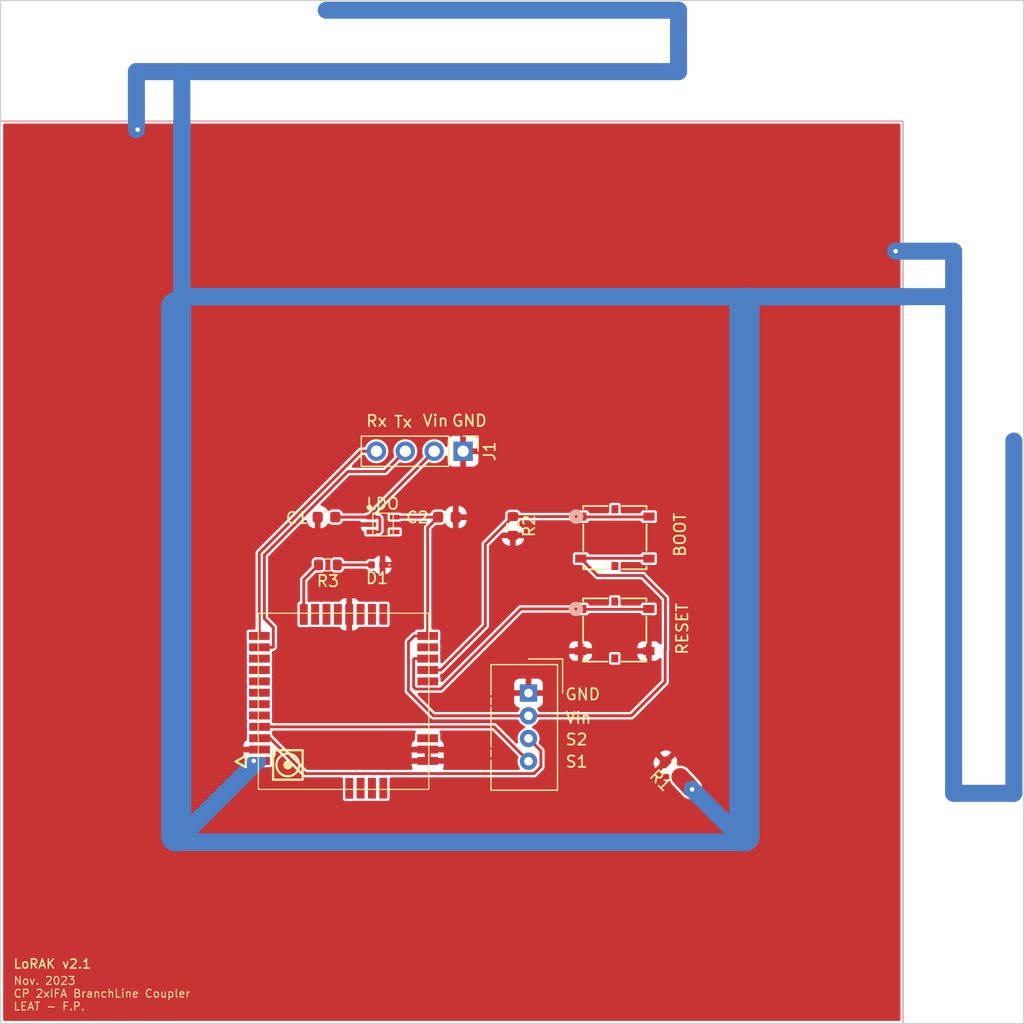
<source format=kicad_pcb>
(kicad_pcb (version 20221018) (generator pcbnew)
  (layers (0 "F.Cu" signal) (31 "B.Cu" signal) (34 "B.Paste" user) (35 "F.Paste" user) (36 "B.SilkS" user "B.Silkscreen") (37 "F.SilkS" user "F.Silkscreen") (38 "B.Mask" user) (39 "F.Mask" user) (44 "Edge.Cuts" user))
  (net 0 "")
  (net 1 "/VIN")
  (net 2 "GND")
  (net 3 "+3.3V")
  (net 4 "/RX")
  (net 5 "/TX")
  (net 6 "/S1")
  (net 7 "/S2")
  (net 9 "Net-(D1-A)")
  (net 10 "Net-(RAK3172(H)1-BOOT)")
  (net 15 "/RF_OUT")
  (net 22 "Net-(RAK3172(H)1-ADC1)")
  (net 31 "Net-(RAK3172(H)1-RST)")
  (footprint "Resistor_SMD:R_0603_1608Metric" (layer "F.Cu") (at 68.9 96.5 180)
    (fp_text reference "R3" (at 0 -1.43) (layer "F.SilkS"))
    (fp_text value "330 ")
    (fp_line (start -0.237258 -0.5225) (end 0.237258 -0.5225) (stroke (width 0.12)) (layer "F.SilkS"))
    (fp_line (start -0.237258 0.5225) (end 0.237258 0.5225) (stroke (width 0.12)) (layer "F.SilkS"))
    (pad "1" smd roundrect (at -0.825 0 180) (size 0.8 0.95) (layers "F.Cu" "F.Paste" "F.Mask") (net 9 "Net-(D1-A)"))
    (pad "2" smd roundrect (at 0.825 0 180) (size 0.8 0.95) (layers "F.Cu" "F.Paste" "F.Mask") (net 22 "Net-(RAK3172(H)1-ADC1)"))
  )
  (footprint "Capacitor_SMD:C_0603_1608Metric" (layer "F.Cu") (at 79.375 92.3)
    (fp_text reference "C2" (at -2.6 0.025) (layer "F.SilkS"))
    (fp_text value "10uF")
    (fp_line (start -0.14058 -0.51) (end 0.14058 -0.51) (stroke (width 0.12)) (layer "F.SilkS"))
    (fp_line (start -0.14058 0.51) (end 0.14058 0.51) (stroke (width 0.12)) (layer "F.SilkS"))
    (pad "1" smd roundrect (at -0.775 0) (size 0.9 0.95) (layers "F.Cu" "F.Paste" "F.Mask") (net 3 "+3.3V"))
    (pad "2" smd roundrect (at 0.775 0) (size 0.9 0.95) (layers "F.Cu" "F.Paste" "F.Mask") (net 2 "GND"))
  )
  (footprint "Connector_PinHeader_2.54mm:PinHeader_1x04_P2.54mm_Vertical" (layer "F.Cu") (at 80.79 86.5 -90)
    (fp_text reference "J1" (at 0 -2.33 90) (layer "F.SilkS"))
    (fp_text value "UART")
    (fp_line (start -1.33 -1.33) (end 0 -1.33) (stroke (width 0.12)) (layer "F.SilkS"))
    (fp_line (start -1.33 0) (end -1.33 -1.33) (stroke (width 0.12)) (layer "F.SilkS"))
    (fp_line (start -1.33 1.27) (end -1.33 8.95) (stroke (width 0.12)) (layer "F.SilkS"))
    (fp_line (start -1.33 1.27) (end 1.33 1.27) (stroke (width 0.12)) (layer "F.SilkS"))
    (fp_line (start -1.33 8.95) (end 1.33 8.95) (stroke (width 0.12)) (layer "F.SilkS"))
    (fp_line (start 1.33 1.27) (end 1.33 8.95) (stroke (width 0.12)) (layer "F.SilkS"))
    (pad "1" thru_hole rect (at 0 0 270) (size 1.7 1.7) (drill 1) (layers "*.Cu" "*.Mask") (net 2 "GND"))
    (pad "2" thru_hole oval (at 0 2.54 270) (size 1.7 1.7) (drill 1) (layers "*.Cu" "*.Mask") (net 1 "/VIN"))
    (pad "3" thru_hole oval (at 0 5.08 270) (size 1.7 1.7) (drill 1) (layers "*.Cu" "*.Mask") (net 5 "/TX"))
    (pad "4" thru_hole oval (at 0 7.62 270) (size 1.7 1.7) (drill 1) (layers "*.Cu" "*.Mask") (net 4 "/RX"))
  )
  (footprint "00_lib:PTS526" (layer "F.Cu") (at 94.199301 94.008799)
    (fp_text reference "SW1" hide)
    (fp_text value "~")
    (fp_circle (center -3.465599 -1.7588) (end -3.084599 -1.7588) (stroke (width 0.508)) (fill none) (layer "B.SilkS"))
    (fp_line (start -2.830599 -2.6901) (end -2.830599 -2.447139) (stroke (width 0.1524)) (layer "F.SilkS"))
    (fp_line (start -2.830599 -1.070459) (end -2.830599 1.252859) (stroke (width 0.1524)) (layer "F.SilkS"))
    (fp_line (start -2.830599 2.629539) (end -2.830599 2.8725) (stroke (width 0.1524)) (layer "F.SilkS"))
    (fp_line (start -2.830599 2.8725) (end -0.686839 2.8725) (stroke (width 0.1524)) (layer "F.SilkS"))
    (fp_line (start -0.686839 -2.6901) (end -2.830599 -2.6901) (stroke (width 0.1524)) (layer "F.SilkS"))
    (fp_line (start 0.588241 2.8725) (end 2.732001 2.8725) (stroke (width 0.1524)) (layer "F.SilkS"))
    (fp_line (start 2.732001 -2.6901) (end 0.588241 -2.6901) (stroke (width 0.1524)) (layer "F.SilkS"))
    (fp_line (start 2.732001 -2.447139) (end 2.732001 -2.6901) (stroke (width 0.1524)) (layer "F.SilkS"))
    (fp_line (start 2.732001 1.252859) (end 2.732001 -1.070459) (stroke (width 0.1524)) (layer "F.SilkS"))
    (fp_line (start 2.732001 2.8725) (end 2.732001 2.629539) (stroke (width 0.1524)) (layer "F.SilkS"))
    (pad "1" smd rect (at -3.049301 -1.758799) (size 0.9906 0.7112) (layers "F.Cu" "F.Paste" "F.Mask") (net 10 "Net-(RAK3172(H)1-BOOT)"))
    (pad "2" smd rect (at 2.950702 -1.758799) (size 0.9906 0.7112) (layers "F.Cu" "F.Paste" "F.Mask") (net 10 "Net-(RAK3172(H)1-BOOT)"))
    (pad "3" smd rect (at -3.049301 1.941199) (size 0.9906 0.7112) (layers "F.Cu" "F.Paste" "F.Mask") (net 3 "+3.3V"))
    (pad "4" smd rect (at 2.950702 1.941199) (size 0.9906 0.7112) (layers "F.Cu" "F.Paste" "F.Mask") (net 3 "+3.3V"))
    (pad "5" smd rect (at -0.049299 -2.4088 90) (size 0.7112 0.6096) (layers "F.Cu" "F.Paste" "F.Mask"))
    (pad "6" smd rect (at -0.049299 2.5912 90) (size 0.7112 0.6096) (layers "F.Cu" "F.Paste" "F.Mask"))
  )
  (footprint "LED_SMD:LED_0402_1005Metric" (layer "F.Cu") (at 73.225 96.5 180)
    (fp_text reference "D1" (at 0 -1.17) (layer "F.SilkS"))
    (fp_text value "LED")
    (fp_circle (center -1.09 0) (end -1.04 0) (stroke (width 0.1)) (fill none) (layer "F.SilkS"))
    (pad "1" smd roundrect (at -0.485 0 180) (size 0.59 0.64) (layers "F.Cu" "F.Paste" "F.Mask") (net 2 "GND"))
    (pad "2" smd roundrect (at 0.485 0 180) (size 0.59 0.64) (layers "F.Cu" "F.Paste" "F.Mask") (net 9 "Net-(D1-A)"))
  )
  (footprint "00_lib:STLQ020" (layer "F.Cu") (at 73.8 93)
    (fp_text reference "U1" hide)
    (fp_text value "~" hide)
    (fp_rect (start -0.95 -1.05) (end 0.85 0.95) (stroke (width 0.1)) (fill none) (layer "F.SilkS"))
    (fp_circle (center -1.25 -1.55) (end -1 -1.55) (stroke (width 0.01)) (fill solid) (layer "F.SilkS"))
    (pad "1" smd rect (at -1.075 -0.7) (size 0.85 0.4) (layers "F.Cu" "F.Paste" "F.Mask") (net 1 "/VIN"))
    (pad "2" smd rect (at -1.075 -0.05) (size 0.85 0.4) (layers "F.Cu" "F.Paste" "F.Mask") (net 2 "GND"))
    (pad "3" smd rect (at -1.075 0.6) (size 0.85 0.4) (layers "F.Cu" "F.Paste" "F.Mask") (net 1 "/VIN"))
    (pad "4" smd rect (at 0.975 0.6) (size 0.85 0.4) (layers "F.Cu" "F.Paste" "F.Mask"))
    (pad "5" smd rect (at 0.975 -0.7) (size 0.85 0.4) (layers "F.Cu" "F.Paste" "F.Mask") (net 3 "+3.3V"))
  )
  (footprint "Capacitor_SMD:C_0603_1608Metric" (layer "F.Cu") (at 68.775 92.3 180)
    (fp_text reference "C1" (at 2.6 -0.075) (layer "F.SilkS"))
    (fp_text value "10uF")
    (fp_line (start -0.14058 -0.51) (end 0.14058 -0.51) (stroke (width 0.12)) (layer "F.SilkS"))
    (fp_line (start -0.14058 0.51) (end 0.14058 0.51) (stroke (width 0.12)) (layer "F.SilkS"))
    (pad "1" smd roundrect (at -0.775 0 180) (size 0.9 0.95) (layers "F.Cu" "F.Paste" "F.Mask") (net 1 "/VIN"))
    (pad "2" smd roundrect (at 0.775 0 180) (size 0.9 0.95) (layers "F.Cu" "F.Paste" "F.Mask") (net 2 "GND"))
  )
  (footprint "00_lib:PTS526" (layer "F.Cu") (at 94.1872 102.1363)
    (fp_text reference "SW3" hide)
    (fp_text value "~")
    (fp_circle (center -3.465599 -1.7588) (end -3.084599 -1.7588) (stroke (width 0.508)) (fill none) (layer "B.SilkS"))
    (fp_line (start -2.830599 -2.6901) (end -2.830599 -2.447139) (stroke (width 0.1524)) (layer "F.SilkS"))
    (fp_line (start -2.830599 -1.070459) (end -2.830599 1.252859) (stroke (width 0.1524)) (layer "F.SilkS"))
    (fp_line (start -2.830599 2.629539) (end -2.830599 2.8725) (stroke (width 0.1524)) (layer "F.SilkS"))
    (fp_line (start -2.830599 2.8725) (end -0.686839 2.8725) (stroke (width 0.1524)) (layer "F.SilkS"))
    (fp_line (start -0.686839 -2.6901) (end -2.830599 -2.6901) (stroke (width 0.1524)) (layer "F.SilkS"))
    (fp_line (start 0.588241 2.8725) (end 2.732001 2.8725) (stroke (width 0.1524)) (layer "F.SilkS"))
    (fp_line (start 2.732001 -2.6901) (end 0.588241 -2.6901) (stroke (width 0.1524)) (layer "F.SilkS"))
    (fp_line (start 2.732001 -2.447139) (end 2.732001 -2.6901) (stroke (width 0.1524)) (layer "F.SilkS"))
    (fp_line (start 2.732001 1.252859) (end 2.732001 -1.070459) (stroke (width 0.1524)) (layer "F.SilkS"))
    (fp_line (start 2.732001 2.8725) (end 2.732001 2.629539) (stroke (width 0.1524)) (layer "F.SilkS"))
    (pad "1" smd rect (at -3.049301 -1.758799) (size 0.9906 0.7112) (layers "F.Cu" "F.Paste" "F.Mask") (net 31 "Net-(RAK3172(H)1-RST)"))
    (pad "2" smd rect (at 2.950702 -1.758799) (size 0.9906 0.7112) (layers "F.Cu" "F.Paste" "F.Mask") (net 31 "Net-(RAK3172(H)1-RST)"))
    (pad "3" smd rect (at -3.049301 1.941199) (size 0.9906 0.7112) (layers "F.Cu" "F.Paste" "F.Mask") (net 2 "GND"))
    (pad "4" smd rect (at 2.950702 1.941199) (size 0.9906 0.7112) (layers "F.Cu" "F.Paste" "F.Mask") (net 2 "GND"))
    (pad "5" smd rect (at -0.049299 -2.4088 90) (size 0.7112 0.6096) (layers "F.Cu" "F.Paste" "F.Mask"))
    (pad "6" smd rect (at -0.049299 2.5912 90) (size 0.7112 0.6096) (layers "F.Cu" "F.Paste" "F.Mask"))
  )
  (footprint "00_lib:Grove_2.0" (layer "F.Cu") (at 86.4 110.775)
    (fp_text reference "J2" hide)
    (fp_text value "I2C" hide)
    (fp_line (start -3.15 -5.5) (end -3.15 -2.85) (stroke (width 0.12)) (layer "F.SilkS"))
    (fp_line (start -3.15 -5.5) (end 2.7 -5.5) (stroke (width 0.12)) (layer "F.SilkS"))
    (fp_line (start -3.15 -2.6) (end -3.15 -2) (stroke (width 0.12)) (layer "F.SilkS"))
    (fp_line (start -3.15 -1.75) (end -3.15 1.75) (stroke (width 0.12)) (layer "F.SilkS"))
    (fp_line (start -3.15 2) (end -3.15 2.6) (stroke (width 0.12)) (layer "F.SilkS"))
    (fp_line (start -3.15 2.9) (end -3.15 5.55) (stroke (width 0.12)) (layer "F.SilkS"))
    (fp_line (start -3.15 5.55) (end 2.7 5.55) (stroke (width 0.12)) (layer "F.SilkS"))
    (fp_line (start 0.15 -6) (end 3.15 -6) (stroke (width 0.12)) (layer "F.SilkS"))
    (fp_line (start 2.7 -5.5) (end 2.7 5.55) (stroke (width 0.12)) (layer "F.SilkS"))
    (fp_line (start 3.15 -6) (end 3.15 -3) (stroke (width 0.12)) (layer "F.SilkS"))
    (pad "1" thru_hole rect (at 0.15 -3) (size 1.524 1.524) (drill 0.762) (layers "*.Cu" "*.Mask") (net 2 "GND"))
    (pad "2" thru_hole circle (at 0.15 -1) (size 1.524 1.524) (drill 0.762) (layers "*.Cu" "*.Mask") (net 3 "+3.3V"))
    (pad "3" thru_hole circle (at 0.15 1) (size 1.524 1.524) (drill 0.762) (layers "*.Cu" "*.Mask") (net 7 "/S2"))
    (pad "4" thru_hole circle (at 0.15 3) (size 1.524 1.524) (drill 0.762) (layers "*.Cu" "*.Mask") (net 6 "/S1"))
  )
  (footprint "00_lib:RAK3172" (layer "F.Cu") (at 70.325 108.5 90)
    (fp_text reference "RAK3172(H)1" hide)
    (fp_text value "~" hide)
    (fp_line (start -5.8 -8.65) (end -4.8 -8.65) (stroke (width 0.2)) (layer "F.SilkS"))
    (fp_line (start -5.3 -9.55) (end -5.8 -8.65) (stroke (width 0.2)) (layer "F.SilkS"))
    (fp_line (start -4.8 -8.65) (end -5.3 -9.55) (stroke (width 0.2)) (layer "F.SilkS"))
    (fp_rect (start -7.75 -7.55) (end 7.75 7.45) (stroke (width 0.1)) (fill none) (layer "F.SilkS"))
    (fp_rect (start -6.9 -6.25) (end -4.3 -3.65) (stroke (width 0.2)) (fill none) (layer "F.SilkS"))
    (fp_circle (center -5.6 -4.95) (end -5.3 -4.95) (stroke (width 0.2)) (fill solid) (layer "F.SilkS"))
    (fp_circle (center -5.6 -4.95) (end -4.6 -4.95) (stroke (width 0.2)) (fill none) (layer "F.SilkS"))
    (pad "" thru_hole circle (at -5.25 -7.95 90) (size 0.5 0.5) (drill 0.4) (layers "*.Cu" "*.Mask"))
    (pad "1" smd rect (at 5.75 -7.4625 180) (size 1.825 0.7) (layers "F.Cu" "F.Paste" "F.Mask") (net 4 "/RX"))
    (pad "2" smd rect (at 4.75 -7.45 180) (size 1.825 0.7) (layers "F.Cu" "F.Paste" "F.Mask") (net 5 "/TX"))
    (pad "3" smd rect (at 3.75 -7.45 180) (size 1.825 0.7) (layers "F.Cu" "F.Paste" "F.Mask"))
    (pad "4" smd rect (at 2.75 -7.45 180) (size 1.825 0.7) (layers "F.Cu" "F.Paste" "F.Mask"))
    (pad "5" smd rect (at 1.75 -7.45 180) (size 1.825 0.7) (layers "F.Cu" "F.Paste" "F.Mask"))
    (pad "6" smd rect (at 0.75 -7.45 180) (size 1.825 0.7) (layers "F.Cu" "F.Paste" "F.Mask"))
    (pad "7" smd rect (at -0.25 -7.45 180) (size 1.825 0.7) (layers "F.Cu" "F.Paste" "F.Mask"))
    (pad "8" smd rect (at -1.25 -7.45 180) (size 1.825 0.7) (layers "F.Cu" "F.Paste" "F.Mask"))
    (pad "9" smd rect (at -2.25 -7.4375 180) (size 1.825 0.7) (layers "F.Cu" "F.Paste" "F.Mask") (net 6 "/S1"))
    (pad "10" smd rect (at -3.25 -7.4375 180) (size 1.825 0.7) (layers "F.Cu" "F.Paste" "F.Mask") (net 7 "/S2"))
    (pad "11" smd rect (at -4.25 -7.4375 180) (size 1.825 0.7) (layers "F.Cu" "F.Paste" "F.Mask") (net 2 "GND"))
    (pad "12" smd rect (at -5.25 -7.4375 180) (size 1.825 0.7) (layers "F.Cu" "F.Paste" "F.Mask") (net 15 "/RF_OUT"))
    (pad "13" smd rect (at -7.6625 0.45 270) (size 1.825 0.7) (layers "F.Cu" "F.Paste" "F.Mask"))
    (pad "14" smd rect (at -7.65 1.45 270) (size 1.825 0.7) (layers "F.Cu" "F.Paste" "F.Mask"))
    (pad "15" smd rect (at -7.65 2.45 270) (size 1.825 0.7) (layers "F.Cu" "F.Paste" "F.Mask"))
    (pad "16" smd rect (at -7.65 3.45 270) (size 1.825 0.7) (layers "F.Cu" "F.Paste" "F.Mask"))
    (pad "17" smd rect (at -5.25 7.3625) (size 1.825 0.7) (layers "F.Cu" "F.Paste" "F.Mask") (net 2 "GND"))
    (pad "18" smd rect (at -4.25 7.35) (size 1.825 0.7) (layers "F.Cu" "F.Paste" "F.Mask") (net 2 "GND"))
    (pad "19" smd rect (at -3.25 7.35) (size 1.825 0.7) (layers "F.Cu" "F.Paste" "F.Mask"))
    (pad "20" smd rect (at 1.75 7.3625) (size 1.825 0.7) (layers "F.Cu" "F.Paste" "F.Mask"))
    (pad "21" smd rect (at 2.75 7.35) (size 1.825 0.7) (layers "F.Cu" "F.Paste" "F.Mask") (net 10 "Net-(RAK3172(H)1-BOOT)"))
    (pad "22" smd rect (at 3.75 7.35) (size 1.825 0.7) (layers "F.Cu" "F.Paste" "F.Mask") (net 31 "Net-(RAK3172(H)1-RST)"))
    (pad "23" smd rect (at 4.75 7.35) (size 1.825 0.7) (layers "F.Cu" "F.Paste" "F.Mask"))
    (pad "24" smd rect (at 5.75 7.35) (size 1.825 0.7) (layers "F.Cu" "F.Paste" "F.Mask") (net 3 "+3.3V"))
    (pad "25" smd rect (at 7.65 3.45 270) (size 1.825 0.7) (layers "F.Cu" "F.Paste" "F.Mask"))
    (pad "26" smd rect (at 7.65 2.45 270) (size 1.825 0.7) (layers "F.Cu" "F.Paste" "F.Mask"))
    (pad "27" smd rect (at 7.65 1.45 270) (size 1.825 0.7) (layers "F.Cu" "F.Paste" "F.Mask"))
    (pad "28" smd rect (at 7.65 0.45 270) (size 1.825 0.7) (layers "F.Cu" "F.Paste" "F.Mask") (net 2 "GND"))
    (pad "29" smd rect (at 7.65 -0.55 270) (size 1.825 0.7) (layers "F.Cu" "F.Paste" "F.Mask"))
    (pad "30" smd rect (at 7.65 -1.55 270) (size 1.825 0.7) (layers "F.Cu" "F.Paste" "F.Mask"))
    (pad "31" smd rect (at 7.65 -2.55 270) (size 1.825 0.7) (layers "F.Cu" "F.Paste" "F.Mask"))
    (pad "32" smd rect (at 7.6375 -3.55 270) (size 1.825 0.7) (layers "F.Cu" "F.Paste" "F.Mask") (net 22 "Net-(RAK3172(H)1-ADC1)"))
  )
  (footprint "Resistor_SMD:R_0603_1608Metric" (layer "F.Cu") (at 99.175 114.45 135)
    (fp_text reference "R1" (at 0 -1.43 135) (layer "F.SilkS"))
    (fp_text value "50")
    (fp_line (start -0.237258 -0.5225) (end 0.237258 -0.5225) (stroke (width 0.12)) (layer "F.SilkS"))
    (fp_line (start -0.237258 0.5225) (end 0.237258 0.5225) (stroke (width 0.12)) (layer "F.SilkS"))
    (pad "1" smd roundrect (at -0.825 0 135) (size 0.8 0.95) (layers "F.Cu" "F.Paste" "F.Mask") (net 15 "/RF_OUT"))
    (pad "2" smd roundrect (at 0.825 0 135) (size 0.8 0.95) (layers "F.Cu" "F.Paste" "F.Mask") (net 2 "GND"))
  )
  (footprint "Resistor_SMD:R_0603_1608Metric" (layer "F.Cu") (at 85.175 93.075 -90)
    (fp_text reference "R2" (at 0 -1.43 90) (layer "F.SilkS"))
    (fp_text value "R")
    (fp_line (start -0.237258 -0.5225) (end 0.237258 -0.5225) (stroke (width 0.12)) (layer "F.SilkS"))
    (fp_line (start -0.237258 0.5225) (end 0.237258 0.5225) (stroke (width 0.12)) (layer "F.SilkS"))
    (pad "1" smd roundrect (at -0.825 0 270) (size 0.8 0.95) (layers "F.Cu" "F.Paste" "F.Mask") (net 10 "Net-(RAK3172(H)1-BOOT)"))
    (pad "2" smd roundrect (at 0.825 0 270) (size 0.8 0.95) (layers "F.Cu" "F.Paste" "F.Mask") (net 2 "GND"))
  )
  (gr_line (start 99.9 115.15) (end 100.8375 116.15) (stroke (width 1.55)) (layer "F.Cu"))
  (gr_rect (start 40.1 57.45) (end 119.5 136.85) (stroke (width 0.05)) (fill none) (layer "F.Cu"))
  (gr_line (start 129.25 116.600002) (end 123.949999 116.600001) (stroke (width 1.5)) (layer "B.Cu"))
  (gr_line (start 55.55 120.900003) (end 105.549999 120.900002) (stroke (width 1.55)) (layer "B.Cu"))
  (gr_line (start 129.25 116.600002) (end 129.249999 85.600001) (stroke (width 1.5)) (layer "B.Cu"))
  (gr_line (start 99.75 47.700001) (end 99.75 53.100001) (stroke (width 1.5)) (layer "B.Cu"))
  (gr_line (start 99.75 47.700001) (end 68.75 47.7) (stroke (width 1.5)) (layer "B.Cu"))
  (gr_line (start 99.75 53.100001) (end 56.05 53.100001) (stroke (width 1.5)) (layer "B.Cu"))
  (gr_line (start 100.946878 116.246879) (end 104.553122 119.853121) (stroke (width 1.5)) (layer "B.Cu"))
  (gr_line (start 52.05 53.1) (end 56.05 53.100001) (stroke (width 1.5)) (layer "B.Cu"))
  (gr_line (start 118.85 68.900003) (end 123.949998 68.900002) (stroke (width 1.5)) (layer "B.Cu"))
  (gr_line (start 123.949999 116.600001) (end 123.95 72.9) (stroke (width 1.5)) (layer "B.Cu"))
  (gr_line (start 123.95 72.9) (end 119.55 72.900001) (stroke (width 1.5)) (layer "B.Cu"))
  (gr_poly (pts (xy 59.850001 115.650003) (xy 62 113.500003) (xy 63.35 113.500003) (xy 63.35 114.05) (xy 60.699999 116.700002) (xy 59.749997 115.750002)) (stroke (width 0.2)) (fill solid) (layer "B.Cu"))
  (gr_line (start 56.049999 57.500001) (end 56.05 72.900001) (stroke (width 1.55)) (layer "B.Cu"))
  (gr_line (start 52.05 58.200003) (end 52.05 53.1) (stroke (width 1.5)) (layer "B.Cu"))
  (gr_line (start 55.549998 73.800002) (end 55.55 120.400003) (stroke (width 2.65)) (layer "B.Cu"))
  (gr_line (start 60.249998 116.200001) (end 55.55 120.900003) (stroke (width 1.55)) (layer "B.Cu"))
  (gr_line (start 119.55 72.900001) (end 105.550001 72.900003) (stroke (width 1.55)) (layer "B.Cu"))
  (gr_line (start 123.949998 68.900002) (end 123.95 72.9) (stroke (width 1.5)) (layer "B.Cu"))
  (gr_line (start 56.05 72.900001) (end 105.550001 72.900003) (stroke (width 1.55)) (layer "B.Cu"))
  (gr_line (start 105.55 73.500002) (end 105.549999 120.400001) (stroke (width 2.65)) (layer "B.Cu"))
  (gr_line (start 56.05 53.100001) (end 56.049999 57.500001) (stroke (width 1.5)) (layer "B.Cu"))
  (gr_rect (start 40.1 46.85) (end 130.1 136.85) (stroke (width 0.1)) (fill none) (layer "Edge.Cuts"))
  (gr_text "Nov. 2023\nCP 2xIFA BranchLine Coupler\nLEAT - F.P. " (at 41.2 135.75) (layer "F.SilkS") (effects (font (size 0.7 0.7) (thickness 0.0875)) (justify left bottom)))
  (gr_text "Vin\n" (at 89.725 110.55) (layer "F.SilkS") (effects (font (size 1 1)) (justify left bottom)))
  (gr_text "RESET\n" (at 100.075 102.125 90) (layer "F.SilkS") (effects (font (size 1 1))))
  (gr_text "S1" (at 89.725 114.4) (layer "F.SilkS") (effects (font (size 1 1)) (justify left bottom)))
  (gr_text "S2" (at 89.725 112.45) (layer "F.SilkS") (effects (font (size 1 1)) (justify left bottom)))
  (gr_text "BOOT\n" (at 99.875 93.85 90) (layer "F.SilkS") (effects (font (size 1 1))))
  (gr_text "GND\n" (at 89.7 108.475) (layer "F.SilkS") (effects (font (size 1 1)) (justify left bottom)))
  (gr_text "Vin\n" (at 77.15 84.4) (layer "F.SilkS") (effects (font (size 1 1)) (justify left bottom)))
  (gr_text "Rx" (at 72.175 84.425) (layer "F.SilkS") (effects (font (size 1 1)) (justify left bottom)))
  (gr_text "LoRAK v2.1" (at 41.175 132.075) (layer "F.SilkS") (effects (font (size 0.8 0.8) (thickness 0.125) bold) (justify left bottom)))
  (gr_text "GND\n" (at 79.725 84.4) (layer "F.SilkS") (effects (font (size 1 1)) (justify left bottom)))
  (gr_text "Tx" (at 74.625 84.5) (layer "F.SilkS") (effects (font (size 1 1)) (justify left bottom)))
  (gr_text "LDO" (at 73.725 91.125) (layer "F.SilkS") (effects (font (size 1 1))))
  (segment (start 72.45 92.3) (end 69.55 92.3) (width 0.25) (layer "F.Cu") (net 1))
  (segment (start 73.475 92.425) (end 73.35 92.3) (width 0.25) (layer "F.Cu") (net 1))
  (segment (start 69.475 92.225) (end 69.55 92.3) (width 0.25) (layer "F.Cu") (net 1))
  (segment (start 73.35 92.3) (end 72.725 92.3) (width 0.25) (layer "F.Cu") (net 1))
  (segment (start 78.25 86.5) (end 72.45 92.3) (width 0.25) (layer "F.Cu") (net 1))
  (segment (start 69.55 92.3) (end 72.725 92.3) (width 0.25) (layer "F.Cu") (net 1))
  (segment (start 72.725 93.6) (end 73.4 93.6) (width 0.25) (layer "F.Cu") (net 1))
  (segment (start 73.4 93.6) (end 73.475 93.525) (width 0.25) (layer "F.Cu") (net 1))
  (segment (start 73.475 93.525) (end 73.475 92.425) (width 0.25) (layer "F.Cu") (net 1))
  (segment (start 97.395103 104.0606) (end 97.425702 104.091199) (width 0.25) (layer "F.Cu") (net 2))
  (segment (start 91.425699 104.091199) (end 91.456298 104.0606) (width 0.25) (layer "F.Cu") (net 2))
  (via (at 52.161277 58.200001) (size 0.8) (drill 0.4) (layers "F.Cu" "B.Cu") (net 2))
  (via (at 118.85 68.900003) (size 0.8) (drill 0.4) (layers "F.Cu" "B.Cu") (net 2))
  (via (at 100.946878 116.246879) (size 0.8) (drill 0.4) (layers "F.Cu" "B.Cu") (net 2))
  (segment (start 74.775 92.3) (end 78.6 92.3) (width 0.25) (layer "F.Cu") (net 3))
  (segment (start 92.6353 97.435298) (end 96.614702 97.435298) (width 0.25) (layer "F.Cu") (net 3))
  (segment (start 75.9875 103.275) (end 75.9875 107.5875) (width 0.25) (layer "F.Cu") (net 3))
  (segment (start 77.675 93.225) (end 77.675 102.75) (width 0.25) (layer "F.Cu") (net 3))
  (segment (start 98.6 103.95) (end 98.575 103.975) (width 0.25) (layer "F.Cu") (net 3))
  (segment (start 77.675 102.75) (end 76.5125 102.75) (width 0.25) (layer "F.Cu") (net 3))
  (segment (start 78.6 92.3) (end 77.675 93.225) (width 0.25) (layer "F.Cu") (net 3))
  (segment (start 97.119404 95.919399) (end 91.180599 95.919399) (width 0.25) (layer "F.Cu") (net 3))
  (segment (start 98.575 106.8) (end 95.6 109.775) (width 0.25) (layer "F.Cu") (net 3))
  (segment (start 91.180599 95.919399) (end 91.15 95.949998) (width 0.25) (layer "F.Cu") (net 3))
  (segment (start 91.15 95.949998) (end 92.6353 97.435298) (width 0.25) (layer "F.Cu") (net 3))
  (segment (start 97.150003 95.949998) (end 97.119404 95.919399) (width 0.25) (layer "F.Cu") (net 3))
  (segment (start 96.614702 97.464702) (end 98.6 99.45) (width 0.25) (layer "F.Cu") (net 3))
  (segment (start 95.6 109.775) (end 86.55 109.775) (width 0.25) (layer "F.Cu") (net 3))
  (segment (start 98.6 99.45) (end 98.6 103.95) (width 0.25) (layer "F.Cu") (net 3))
  (segment (start 78.175 109.775) (end 86.55 109.775) (width 0.25) (layer "F.Cu") (net 3))
  (segment (start 98.575 103.975) (end 98.575 106.8) (width 0.25) (layer "F.Cu") (net 3))
  (segment (start 75.9875 107.5875) (end 78.175 109.775) (width 0.25) (layer "F.Cu") (net 3))
  (segment (start 76.5125 102.75) (end 75.9875 103.275) (width 0.25) (layer "F.Cu") (net 3))
  (segment (start 96.614702 97.435298) (end 96.614702 97.464702) (width 0.25) (layer "F.Cu") (net 3))
  (segment (start 62.8625 95.451104) (end 62.8625 102.75) (width 0.25) (layer "F.Cu") (net 4))
  (segment (start 71.813604 86.5) (end 62.8625 95.451104) (width 0.25) (layer "F.Cu") (net 4))
  (segment (start 73.17 86.5) (end 71.813604 86.5) (width 0.25) (layer "F.Cu") (net 4))
  (segment (start 64.1 103.6875) (end 64.0375 103.75) (width 0.25) (layer "F.Cu") (net 5))
  (segment (start 63.3125 101.225) (end 64.1 102.0125) (width 0.25) (layer "F.Cu") (net 5))
  (segment (start 70.665 88.285) (end 63.3125 95.6375) (width 0.25) (layer "F.Cu") (net 5))
  (segment (start 63.3125 95.6375) (end 63.3125 101.225) (width 0.25) (layer "F.Cu") (net 5))
  (segment (start 64.1 102.0125) (end 64.1 103.6875) (width 0.25) (layer "F.Cu") (net 5))
  (segment (start 75.71 86.5) (end 73.925 88.285) (width 0.25) (layer "F.Cu") (net 5))
  (segment (start 73.925 88.285) (end 70.665 88.285) (width 0.25) (layer "F.Cu") (net 5))
  (segment (start 64.0375 103.75) (end 62.875 103.75) (width 0.25) (layer "F.Cu") (net 5))
  (segment (start 86.55 113.775) (end 83.525 110.75) (width 0.25) (layer "F.Cu") (net 6))
  (segment (start 83.525 110.75) (end 62.8875 110.75) (width 0.25) (layer "F.Cu") (net 6))
  (segment (start 63.8 111.75) (end 62.8875 111.75) (width 0.25) (layer "F.Cu") (net 7))
  (segment (start 86.55 111.775) (end 87.637 112.862) (width 0.25) (layer "F.Cu") (net 7))
  (segment (start 87.038 114.862) (end 66.912 114.862) (width 0.25) (layer "F.Cu") (net 7))
  (segment (start 87.637 112.862) (end 87.637 114.263) (width 0.25) (layer "F.Cu") (net 7))
  (segment (start 66.912 114.862) (end 63.8 111.75) (width 0.25) (layer "F.Cu") (net 7))
  (segment (start 87.637 114.263) (end 87.038 114.862) (width 0.25) (layer "F.Cu") (net 7))
  (segment (start 69.725 96.5) (end 72.74 96.5) (width 0.25) (layer "F.Cu") (net 9))
  (segment (start 85.175 92.25) (end 91.15 92.25) (width 0.25) (layer "F.Cu") (net 10))
  (segment (start 97.119404 92.280599) (end 97.150003 92.25) (width 0.25) (layer "F.Cu") (net 10))
  (segment (start 82.75 101.8375) (end 78.8375 105.75) (width 0.25) (layer "F.Cu") (net 10))
  (segment (start 82.75 94.675) (end 82.75 101.8375) (width 0.25) (layer "F.Cu") (net 10))
  (segment (start 78.8375 105.75) (end 77.675 105.75) (width 0.25) (layer "F.Cu") (net 10))
  (segment (start 91.180599 92.280599) (end 97.119404 92.280599) (width 0.25) (layer "F.Cu") (net 10))
  (segment (start 91.15 92.25) (end 91.180599 92.280599) (width 0.25) (layer "F.Cu") (net 10))
  (segment (start 85.175 92.25) (end 82.75 94.675) (width 0.25) (layer "F.Cu") (net 10))
  (segment (start 66.775 100.8625) (end 66.775 97.8) (width 0.25) (layer "F.Cu") (net 22))
  (segment (start 66.775 97.8) (end 68.075 96.5) (width 0.25) (layer "F.Cu") (net 22))
  (segment (start 91.137899 100.377501) (end 91.168498 100.4081) (width 0.25) (layer "F.Cu") (net 31))
  (segment (start 91.168498 100.4081) (end 97.107303 100.4081) (width 0.25) (layer "F.Cu") (net 31))
  (segment (start 77.675 104.75) (end 76.5125 104.75) (width 0.25) (layer "F.Cu") (net 31))
  (segment (start 78.825 107.425) (end 85.872499 100.377501) (width 0.25) (layer "F.Cu") (net 31))
  (segment (start 97.395103 100.4218) (end 97.425702 100.391201) (width 0.25) (layer "F.Cu") (net 31))
  (segment (start 76.4375 107.2375) (end 76.625 107.425) (width 0.25) (layer "F.Cu") (net 31))
  (segment (start 91.425699 100.391201) (end 91.456298 100.4218) (width 0.25) (layer "F.Cu") (net 31))
  (segment (start 76.625 107.425) (end 78.825 107.425) (width 0.25) (layer "F.Cu") (net 31))
  (segment (start 85.872499 100.377501) (end 91.137899 100.377501) (width 0.25) (layer "F.Cu") (net 31))
  (segment (start 76.4375 104.825) (end 76.4375 107.2375) (width 0.25) (layer "F.Cu") (net 31))
  (segment (start 97.107303 100.4081) (end 97.137902 100.377501) (width 0.25) (layer "F.Cu") (net 31))
  (segment (start 76.5125 104.75) (end 76.4375 104.825) (width 0.25) (layer "F.Cu") (net 31))
  (zone (net 2) (net_name "GND") (layer "F.Cu") (connect_pads (clearance 0.2)) (min_thickness 0.25) (fill yes (thermal_gap 0.5) (thermal_bridge_width 0.5))
    (polygon (pts (xy 40.1 57.45) (xy 119.5 57.45) (xy 119.5 136.85) (xy 40.1 136.85)))
  )
)
</source>
